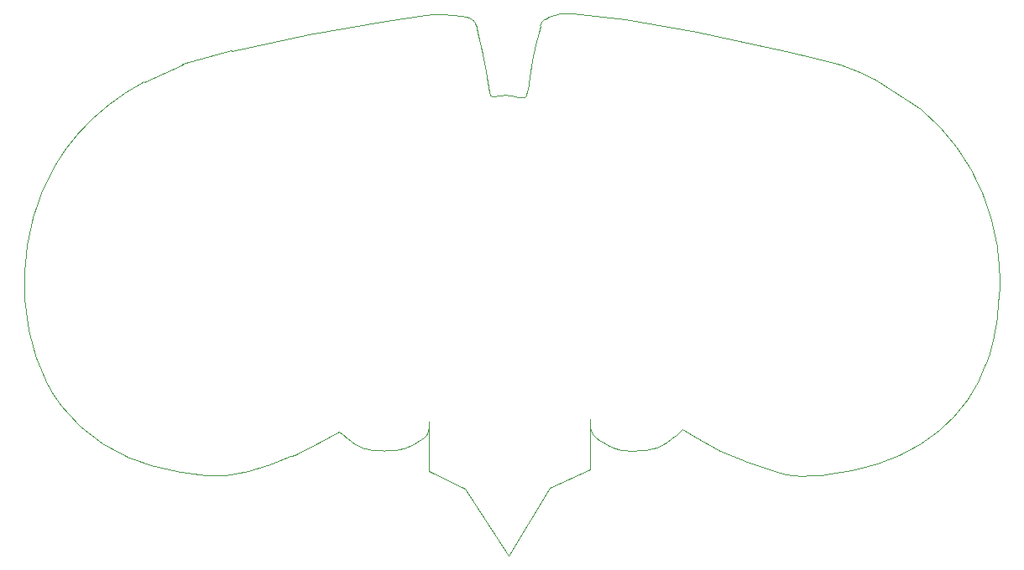
<source format=gbr>
%TF.GenerationSoftware,KiCad,Pcbnew,9.0.6*%
%TF.CreationDate,2026-01-05T01:28:47+00:00*%
%TF.ProjectId,BLINKER,424c494e-4b45-4522-9e6b-696361645f70,rev?*%
%TF.SameCoordinates,Original*%
%TF.FileFunction,Profile,NP*%
%FSLAX46Y46*%
G04 Gerber Fmt 4.6, Leading zero omitted, Abs format (unit mm)*
G04 Created by KiCad (PCBNEW 9.0.6) date 2026-01-05 01:28:47*
%MOMM*%
%LPD*%
G01*
G04 APERTURE LIST*
%TA.AperFunction,Profile*%
%ADD10C,0.050000*%
%TD*%
%TA.AperFunction,Profile*%
%ADD11C,0.037800*%
%TD*%
G04 APERTURE END LIST*
D10*
X85936901Y-30670671D02*
X89855213Y-28875419D01*
X149528923Y-69996669D02*
X146787963Y-69064278D01*
X170818915Y-59218175D02*
X171192816Y-58104833D01*
X150690000Y-70310000D02*
X149528923Y-69996669D01*
X152288923Y-70442779D02*
X150690000Y-70310000D01*
X120050000Y-27840000D02*
X120068212Y-27902470D01*
X124615904Y-31546800D02*
X124630000Y-31445200D01*
D11*
X124615904Y-31546800D02*
X124520089Y-32050705D01*
D10*
X126719844Y-24149371D02*
X126327381Y-24357244D01*
X164309293Y-33435897D02*
X159740987Y-30424950D01*
X100763626Y-68490855D02*
X101117793Y-68346230D01*
X144018000Y-67919600D02*
X141333483Y-66433125D01*
D11*
X153154940Y-70435732D02*
X154080585Y-70394411D01*
X152288923Y-70442779D02*
X153154940Y-70435732D01*
X154080585Y-70394411D02*
X154927997Y-70321214D01*
X134511948Y-24334296D02*
X129143859Y-23756815D01*
X156142183Y-28948045D02*
X153877869Y-28302408D01*
X150698014Y-27541294D02*
X141659229Y-25623794D01*
X141659229Y-25623794D02*
X134511948Y-24334296D01*
X153877869Y-28302408D02*
X150698014Y-27541294D01*
D10*
X118338757Y-71783173D02*
X122740000Y-78570000D01*
X126843755Y-71673665D02*
X122740000Y-78570000D01*
X114648714Y-70000000D02*
X118338757Y-71783173D01*
X130947514Y-69780000D02*
X126843757Y-71673664D01*
X114648714Y-64996345D02*
X114648714Y-70000000D01*
X130947516Y-64777329D02*
X130947514Y-69780000D01*
D11*
X76957336Y-39126278D02*
G75*
G02*
X79320075Y-35862196I17507578J-10185851D01*
G01*
X146150147Y-68788859D02*
X146787963Y-69064278D01*
X114325999Y-23946121D02*
G75*
G02*
X116052169Y-23829002I1483015J-9078308D01*
G01*
X117114607Y-23894174D02*
X116052169Y-23829010D01*
X117894682Y-23996246D02*
X117114607Y-23894174D01*
X117894682Y-23996246D02*
G75*
G02*
X118727515Y-24200227I-286368J-2971383D01*
G01*
X118727515Y-24200226D02*
G75*
G02*
X118976157Y-24328491I-571201J-1412403D01*
G01*
X118976154Y-24328495D02*
G75*
G02*
X119182938Y-24494395I-662540J-1037634D01*
G01*
X119182942Y-24494391D02*
G75*
G02*
X119332868Y-24684324I-722228J-724238D01*
G01*
X119332870Y-24684323D02*
G75*
G02*
X119413112Y-24883916I-551156J-337506D01*
G01*
X119472033Y-25153666D02*
X119413113Y-24883916D01*
X119597172Y-25726122D02*
X119472033Y-25153666D01*
X119745605Y-26405002D02*
X119597172Y-25726122D01*
X119903087Y-27125129D02*
X119745605Y-26405002D01*
X120050000Y-27840000D02*
X119903087Y-27125129D01*
X120239695Y-28754073D02*
X120068212Y-27902470D01*
X120392827Y-29552645D02*
X120239695Y-28754073D01*
X120497554Y-30149129D02*
X120392827Y-29552645D01*
X120793434Y-31695835D02*
X120497554Y-30149129D01*
X120916330Y-32075344D02*
G75*
G02*
X120793425Y-31695837I1185284J593515D01*
G01*
X121109820Y-32195143D02*
G75*
G02*
X120916349Y-32075335I494J216914D01*
G01*
X121495105Y-32141420D02*
G75*
G02*
X121109820Y-32195136I-382191J1332691D01*
G01*
X121495105Y-32141420D02*
G75*
G02*
X121973991Y-32052486I702709J-2450109D01*
G01*
X121973991Y-32052492D02*
G75*
G02*
X122540248Y-32037357I406623J-4612937D01*
G01*
X122540248Y-32037361D02*
G75*
G02*
X123186069Y-32094383I-208534J-6047568D01*
G01*
X123906120Y-32224600D02*
X123186069Y-32094386D01*
X124263590Y-32280557D02*
G75*
G02*
X123906120Y-32224602I280124J2959428D01*
G01*
X124424065Y-32224255D02*
G75*
G02*
X124263590Y-32280560I-141351J146026D01*
G01*
X124520089Y-32050705D02*
G75*
G02*
X124424079Y-32224270I-332475J70576D01*
G01*
X124845661Y-30222408D02*
X124630000Y-31445200D01*
X125118422Y-28461121D02*
X124845661Y-30222408D01*
X125455391Y-26844095D02*
X125118422Y-28461121D01*
X125722571Y-25697708D02*
X125455391Y-26844095D01*
X125910148Y-25018598D02*
X125722571Y-25697708D01*
X125910148Y-25018598D02*
G75*
G02*
X126096436Y-24588904I1398866J-351231D01*
G01*
X126096435Y-24588904D02*
G75*
G02*
X126327384Y-24357246I654579J-421625D01*
G01*
X126719842Y-24149371D02*
G75*
G02*
X129143860Y-23756800I2019972J-4792658D01*
G01*
X157975764Y-29616400D02*
X156142183Y-28948045D01*
X164309293Y-33435895D02*
G75*
G02*
X167946510Y-37307373I-13965579J-16764834D01*
G01*
X167946511Y-37307373D02*
G75*
G02*
X170529907Y-41929251I-17479797J-12803256D01*
G01*
X170529914Y-41929248D02*
G75*
G02*
X171992716Y-47151759I-22055200J-8993681D01*
G01*
X171992728Y-47151757D02*
G75*
G02*
X172158922Y-48781399I-14101314J-2261372D01*
G01*
X172206534Y-51021330D02*
X172158921Y-48781399D01*
X172167746Y-52581774D02*
X172206534Y-51021330D01*
X172167746Y-52581774D02*
G75*
G02*
X171978925Y-54915229I-14840932J26545D01*
G01*
X171978928Y-54915229D02*
G75*
G02*
X171677054Y-56376538I-16740114J2696300D01*
G01*
X171192816Y-58104833D02*
X171677057Y-56376539D01*
X170818916Y-59218175D02*
G75*
G02*
X170117103Y-60963231I-10745402J3307846D01*
G01*
X170117099Y-60963229D02*
G75*
G02*
X167645834Y-64497877I-13421385J6752400D01*
G01*
X167645838Y-64497880D02*
G75*
G02*
X164205637Y-67304890I-12272824J11529651D01*
G01*
X164205638Y-67304892D02*
G75*
G02*
X159911749Y-69269894I-10095324J16386163D01*
G01*
X159911748Y-69269892D02*
G75*
G02*
X154927996Y-70321206I-7822734J24745263D01*
G01*
X144018000Y-67919600D02*
X146150147Y-68788859D01*
X140255045Y-65783627D02*
X141333483Y-66433125D01*
X139531018Y-66446810D02*
X140255045Y-65783627D01*
X139531018Y-66446810D02*
G75*
G02*
X138608127Y-67175471I-5426804J5924581D01*
G01*
X138608123Y-67175465D02*
G75*
G02*
X137721838Y-67632404I-2352909J3475736D01*
G01*
X137721835Y-67632395D02*
G75*
G02*
X136730706Y-67876970I-1554121J4167466D01*
G01*
X136730707Y-67876974D02*
G75*
G02*
X135483426Y-67956232I-1247193J9773245D01*
G01*
X134744953Y-67939469D02*
X135483426Y-67956227D01*
X134744953Y-67939469D02*
G75*
G02*
X133976340Y-67862703I-39J3885840D01*
G01*
X133976340Y-67862703D02*
G75*
G02*
X133461851Y-67708213I574474J2847074D01*
G01*
X133461850Y-67708215D02*
G75*
G02*
X132837418Y-67422284I2856364J7062686D01*
G01*
X131865844Y-66874890D02*
X132837417Y-67422285D01*
X131865844Y-66874890D02*
G75*
G02*
X131246771Y-66340233I792670J1543561D01*
G01*
X131246773Y-66340232D02*
G75*
G02*
X131014965Y-65757971I1065841J761603D01*
G01*
X131014961Y-65757972D02*
G75*
G02*
X130947518Y-64777329I7095753J980643D01*
G01*
X114635100Y-65743768D02*
X114648714Y-64996345D01*
X114635100Y-65743768D02*
G75*
G02*
X114569937Y-66178260I-1481386J39D01*
G01*
X114569934Y-66178259D02*
G75*
G02*
X114421878Y-66434619I-631420J193730D01*
G01*
X114421876Y-66434617D02*
G75*
G02*
X114128965Y-66690180I-1375162J1280488D01*
G01*
X114128964Y-66690179D02*
G75*
G02*
X113121350Y-67330324I-7194950J10212050D01*
G01*
X113121348Y-67330321D02*
G75*
G02*
X112283407Y-67698843I-2187234J3836392D01*
G01*
X112283409Y-67698850D02*
G75*
G02*
X111390044Y-67885704I-1338895J4172321D01*
G01*
X111390043Y-67885698D02*
G75*
G02*
X110207214Y-67948628I-1237129J12105269D01*
G01*
X110207214Y-67948632D02*
G75*
G02*
X108955513Y-67886058I-51500J11520403D01*
G01*
X108955514Y-67886053D02*
G75*
G02*
X108023838Y-67673490I416000J3971424D01*
G01*
X108023840Y-67673483D02*
G75*
G02*
X107192275Y-67252045I1263874J3524954D01*
G01*
X107192271Y-67252051D02*
G75*
G02*
X106261787Y-66534070I5195243J7694822D01*
G01*
X105613163Y-65964574D02*
X106261786Y-66534071D01*
X103563189Y-67105486D02*
X105613163Y-65964574D01*
X101117793Y-68346230D02*
X103563189Y-67105486D01*
X100763627Y-68490855D02*
G75*
G02*
X96374832Y-70047542I-10784513J23439926D01*
G01*
X96374831Y-70047539D02*
G75*
G02*
X94303424Y-70424440I-3704417J14478510D01*
G01*
X94303424Y-70424440D02*
G75*
G02*
X92229673Y-70445260I-1141210J10381511D01*
G01*
X92229673Y-70445256D02*
G75*
G02*
X89530628Y-70080633I2710941J30239027D01*
G01*
X89530627Y-70080636D02*
G75*
G02*
X86757851Y-69449781I5687287J31406107D01*
G01*
X86757852Y-69449779D02*
G75*
G02*
X84417118Y-68634133I4904962J17842750D01*
G01*
X84417117Y-68634135D02*
G75*
G02*
X81826684Y-67264388I6831597J16054106D01*
G01*
X79520092Y-65488218D02*
G75*
G02*
X77590856Y-63381492I11054622J12059989D01*
G01*
X77590850Y-63381497D02*
G75*
G02*
X76121165Y-61029813I11543464J8849168D01*
G01*
X76121169Y-61029811D02*
G75*
G02*
X74339277Y-55811958I18461245J9217682D01*
G01*
X74339279Y-55811958D02*
G75*
G02*
X73886276Y-50050115I24365815J4814399D01*
G01*
X73886275Y-50050115D02*
G75*
G02*
X74778618Y-44302419I25138639J-959714D01*
G01*
X74778611Y-44302417D02*
G75*
G02*
X76957347Y-39126284I21115703J-5841412D01*
G01*
X79320077Y-35862197D02*
G75*
G02*
X82360685Y-33001470I17427837J-15477432D01*
G01*
X82360682Y-33001466D02*
G75*
G02*
X85936896Y-30670665I15050432J-19183363D01*
G01*
X89855213Y-28875418D02*
G75*
G02*
X94780154Y-27516556I16285901J-49421011D01*
G01*
X102535053Y-25901560D02*
X94780154Y-27516556D01*
X110393030Y-24500025D02*
X102535053Y-25901560D01*
X114325999Y-23946121D02*
X110393030Y-24500025D01*
X81826688Y-67264382D02*
G75*
G02*
X79520096Y-65488214I9180926J14308453D01*
G01*
X159740987Y-30424950D02*
X157975764Y-29615205D01*
M02*

</source>
